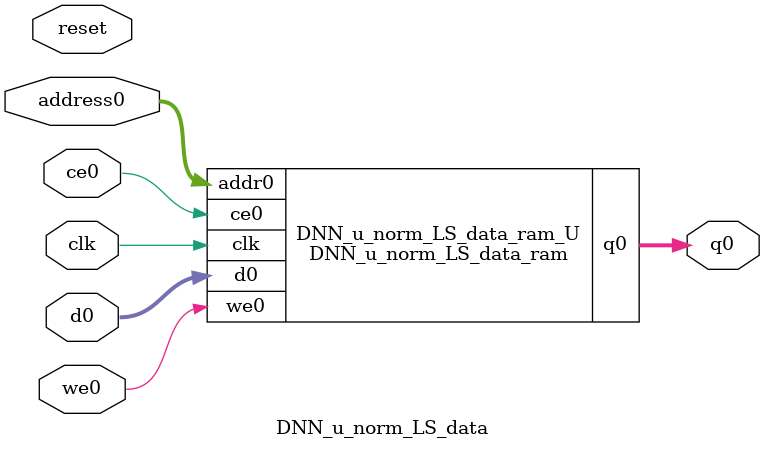
<source format=v>
`timescale 1 ns / 1 ps
module DNN_u_norm_LS_data_ram (addr0, ce0, d0, we0, q0,  clk);

parameter DWIDTH = 32;
parameter AWIDTH = 7;
parameter MEM_SIZE = 104;

input[AWIDTH-1:0] addr0;
input ce0;
input[DWIDTH-1:0] d0;
input we0;
output reg[DWIDTH-1:0] q0;
input clk;

(* ram_style = "block" *)reg [DWIDTH-1:0] ram[0:MEM_SIZE-1];




always @(posedge clk)  
begin 
    if (ce0) 
    begin
        if (we0) 
        begin 
            ram[addr0] <= d0; 
        end 
        q0 <= ram[addr0];
    end
end


endmodule

`timescale 1 ns / 1 ps
module DNN_u_norm_LS_data(
    reset,
    clk,
    address0,
    ce0,
    we0,
    d0,
    q0);

parameter DataWidth = 32'd32;
parameter AddressRange = 32'd104;
parameter AddressWidth = 32'd7;
input reset;
input clk;
input[AddressWidth - 1:0] address0;
input ce0;
input we0;
input[DataWidth - 1:0] d0;
output[DataWidth - 1:0] q0;



DNN_u_norm_LS_data_ram DNN_u_norm_LS_data_ram_U(
    .clk( clk ),
    .addr0( address0 ),
    .ce0( ce0 ),
    .we0( we0 ),
    .d0( d0 ),
    .q0( q0 ));

endmodule


</source>
